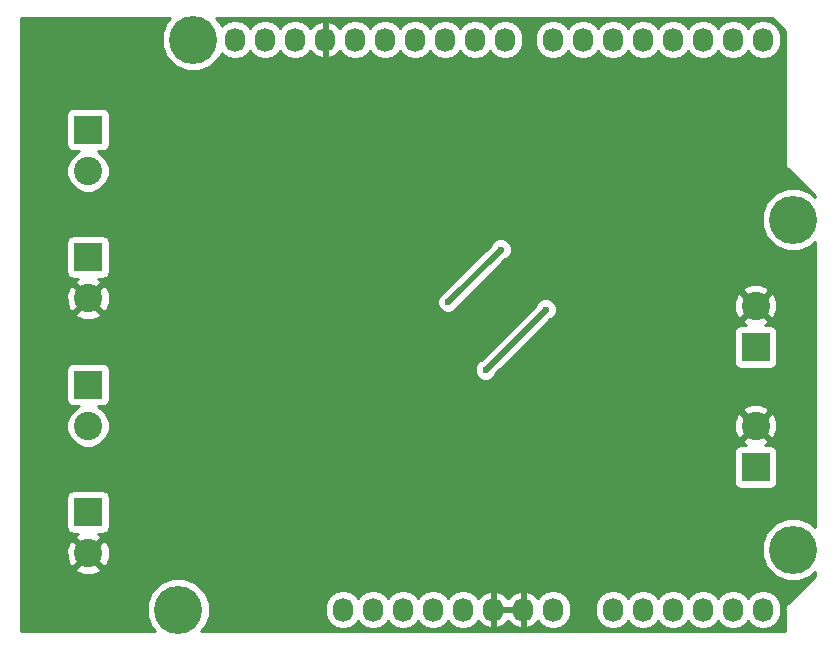
<source format=gbr>
G04 #@! TF.GenerationSoftware,KiCad,Pcbnew,(5.0.0)*
G04 #@! TF.CreationDate,2018-08-14T23:46:55+08:00*
G04 #@! TF.ProjectId,Reflow,5265666C6F772E6B696361645F706362,rev?*
G04 #@! TF.SameCoordinates,PX69db1f0PY7882d48*
G04 #@! TF.FileFunction,Copper,L2,Bot,Signal*
G04 #@! TF.FilePolarity,Positive*
%FSLAX46Y46*%
G04 Gerber Fmt 4.6, Leading zero omitted, Abs format (unit mm)*
G04 Created by KiCad (PCBNEW (5.0.0)) date 08/14/18 23:46:55*
%MOMM*%
%LPD*%
G01*
G04 APERTURE LIST*
G04 #@! TA.AperFunction,ComponentPad*
%ADD10C,2.400000*%
G04 #@! TD*
G04 #@! TA.AperFunction,ComponentPad*
%ADD11R,2.400000X2.400000*%
G04 #@! TD*
G04 #@! TA.AperFunction,ComponentPad*
%ADD12O,1.727200X2.032000*%
G04 #@! TD*
G04 #@! TA.AperFunction,ComponentPad*
%ADD13C,4.064000*%
G04 #@! TD*
G04 #@! TA.AperFunction,ViaPad*
%ADD14C,0.600000*%
G04 #@! TD*
G04 #@! TA.AperFunction,Conductor*
%ADD15C,0.508000*%
G04 #@! TD*
G04 #@! TA.AperFunction,Conductor*
%ADD16C,0.254000*%
G04 #@! TD*
G04 APERTURE END LIST*
D10*
G04 #@! TO.P,J1,2*
G04 #@! TO.N,Net-(J1-Pad2)*
X6350000Y18090000D03*
D11*
G04 #@! TO.P,J1,1*
G04 #@! TO.N,Net-(J1-Pad1)*
X6350000Y21590000D03*
G04 #@! TD*
G04 #@! TO.P,J2,1*
G04 #@! TO.N,Net-(J2-Pad1)*
X6350000Y43180000D03*
D10*
G04 #@! TO.P,J2,2*
G04 #@! TO.N,Net-(J2-Pad2)*
X6350000Y39680000D03*
G04 #@! TD*
G04 #@! TO.P,J3,2*
G04 #@! TO.N,GND*
X6350000Y28885000D03*
D11*
G04 #@! TO.P,J3,1*
G04 #@! TO.N,D3*
X6350000Y32385000D03*
G04 #@! TD*
G04 #@! TO.P,J4,1*
G04 #@! TO.N,D2*
X6350000Y10795000D03*
D10*
G04 #@! TO.P,J4,2*
G04 #@! TO.N,GND*
X6350000Y7295000D03*
G04 #@! TD*
G04 #@! TO.P,J5,2*
G04 #@! TO.N,GND*
X62865000Y28265000D03*
D11*
G04 #@! TO.P,J5,1*
G04 #@! TO.N,A3*
X62865000Y24765000D03*
G04 #@! TD*
G04 #@! TO.P,J6,1*
G04 #@! TO.N,A4*
X62865000Y14605000D03*
D10*
G04 #@! TO.P,J6,2*
G04 #@! TO.N,GND*
X62865000Y18105000D03*
G04 #@! TD*
D12*
G04 #@! TO.P,P1,1*
G04 #@! TO.N,Net-(P1-Pad1)*
X27940000Y2540000D03*
G04 #@! TO.P,P1,2*
G04 #@! TO.N,/IOREF*
X30480000Y2540000D03*
G04 #@! TO.P,P1,3*
G04 #@! TO.N,/Reset*
X33020000Y2540000D03*
G04 #@! TO.P,P1,4*
G04 #@! TO.N,+3V3*
X35560000Y2540000D03*
G04 #@! TO.P,P1,5*
G04 #@! TO.N,+5V*
X38100000Y2540000D03*
G04 #@! TO.P,P1,6*
G04 #@! TO.N,GND*
X40640000Y2540000D03*
G04 #@! TO.P,P1,7*
X43180000Y2540000D03*
G04 #@! TO.P,P1,8*
G04 #@! TO.N,/Vin*
X45720000Y2540000D03*
G04 #@! TD*
G04 #@! TO.P,P2,1*
G04 #@! TO.N,/A0*
X50800000Y2540000D03*
G04 #@! TO.P,P2,2*
G04 #@! TO.N,A1*
X53340000Y2540000D03*
G04 #@! TO.P,P2,3*
G04 #@! TO.N,A2*
X55880000Y2540000D03*
G04 #@! TO.P,P2,4*
G04 #@! TO.N,A3*
X58420000Y2540000D03*
G04 #@! TO.P,P2,5*
G04 #@! TO.N,A4*
X60960000Y2540000D03*
G04 #@! TO.P,P2,6*
G04 #@! TO.N,Net-(P2-Pad6)*
X63500000Y2540000D03*
G04 #@! TD*
G04 #@! TO.P,P3,1*
G04 #@! TO.N,/A5(SCL)*
X18796000Y50800000D03*
G04 #@! TO.P,P3,2*
G04 #@! TO.N,/A4(SDA)*
X21336000Y50800000D03*
G04 #@! TO.P,P3,3*
G04 #@! TO.N,/AREF*
X23876000Y50800000D03*
G04 #@! TO.P,P3,4*
G04 #@! TO.N,GND*
X26416000Y50800000D03*
G04 #@! TO.P,P3,5*
G04 #@! TO.N,/13(SCK)*
X28956000Y50800000D03*
G04 #@! TO.P,P3,6*
G04 #@! TO.N,/12(MISO)*
X31496000Y50800000D03*
G04 #@! TO.P,P3,7*
G04 #@! TO.N,/11(\002A\002A/MOSI)*
X34036000Y50800000D03*
G04 #@! TO.P,P3,8*
G04 #@! TO.N,/10(\002A\002A/SS)*
X36576000Y50800000D03*
G04 #@! TO.P,P3,9*
G04 #@! TO.N,/9(\002A\002A)*
X39116000Y50800000D03*
G04 #@! TO.P,P3,10*
G04 #@! TO.N,/8*
X41656000Y50800000D03*
G04 #@! TD*
G04 #@! TO.P,P4,1*
G04 #@! TO.N,/7*
X45720000Y50800000D03*
G04 #@! TO.P,P4,2*
G04 #@! TO.N,/6(\002A\002A)*
X48260000Y50800000D03*
G04 #@! TO.P,P4,3*
G04 #@! TO.N,/5(\002A\002A)*
X50800000Y50800000D03*
G04 #@! TO.P,P4,4*
G04 #@! TO.N,/4*
X53340000Y50800000D03*
G04 #@! TO.P,P4,5*
G04 #@! TO.N,D3*
X55880000Y50800000D03*
G04 #@! TO.P,P4,6*
G04 #@! TO.N,D2*
X58420000Y50800000D03*
G04 #@! TO.P,P4,7*
G04 #@! TO.N,/1(Tx)*
X60960000Y50800000D03*
G04 #@! TO.P,P4,8*
G04 #@! TO.N,/0(Rx)*
X63500000Y50800000D03*
G04 #@! TD*
D13*
G04 #@! TO.P,P5,1*
G04 #@! TO.N,Net-(P5-Pad1)*
X13970000Y2540000D03*
G04 #@! TD*
G04 #@! TO.P,P6,1*
G04 #@! TO.N,Net-(P6-Pad1)*
X66040000Y7620000D03*
G04 #@! TD*
G04 #@! TO.P,P7,1*
G04 #@! TO.N,Net-(P7-Pad1)*
X15240000Y50800000D03*
G04 #@! TD*
G04 #@! TO.P,P8,1*
G04 #@! TO.N,Net-(P8-Pad1)*
X66040000Y35560000D03*
G04 #@! TD*
D14*
G04 #@! TO.N,D3*
X41275000Y33020000D03*
X36830000Y28575000D03*
G04 #@! TO.N,D2*
X40005000Y22860000D03*
X45085000Y27940000D03*
G04 #@! TD*
D15*
G04 #@! TO.N,D3*
X41275000Y33020000D02*
X36830000Y28575000D01*
G04 #@! TO.N,D2*
X40005000Y22860000D02*
X45085000Y27940000D01*
G04 #@! TD*
D16*
G04 #@! TO.N,GND*
G36*
X12979026Y52310734D02*
X12573000Y51330499D01*
X12573000Y50269501D01*
X12979026Y49289266D01*
X13729266Y48539026D01*
X14709501Y48133000D01*
X15770499Y48133000D01*
X16750734Y48539026D01*
X17500974Y49289266D01*
X17654156Y49659082D01*
X17715570Y49567170D01*
X18211276Y49235950D01*
X18796000Y49119641D01*
X19380725Y49235950D01*
X19876430Y49567170D01*
X20066000Y49850881D01*
X20255570Y49567170D01*
X20751276Y49235950D01*
X21336000Y49119641D01*
X21920725Y49235950D01*
X22416430Y49567170D01*
X22606000Y49850881D01*
X22795570Y49567170D01*
X23291276Y49235950D01*
X23876000Y49119641D01*
X24460725Y49235950D01*
X24956430Y49567170D01*
X25149909Y49856733D01*
X25513964Y49449268D01*
X26041209Y49195291D01*
X26056974Y49192642D01*
X26289000Y49313783D01*
X26289000Y50673000D01*
X26269000Y50673000D01*
X26269000Y50927000D01*
X26289000Y50927000D01*
X26289000Y52286217D01*
X26543000Y52286217D01*
X26543000Y50927000D01*
X26563000Y50927000D01*
X26563000Y50673000D01*
X26543000Y50673000D01*
X26543000Y49313783D01*
X26775026Y49192642D01*
X26790791Y49195291D01*
X27318036Y49449268D01*
X27682090Y49856732D01*
X27875570Y49567170D01*
X28371276Y49235950D01*
X28956000Y49119641D01*
X29540725Y49235950D01*
X30036430Y49567170D01*
X30226000Y49850881D01*
X30415570Y49567170D01*
X30911276Y49235950D01*
X31496000Y49119641D01*
X32080725Y49235950D01*
X32576430Y49567170D01*
X32766000Y49850881D01*
X32955570Y49567170D01*
X33451276Y49235950D01*
X34036000Y49119641D01*
X34620725Y49235950D01*
X35116430Y49567170D01*
X35306000Y49850881D01*
X35495570Y49567170D01*
X35991276Y49235950D01*
X36576000Y49119641D01*
X37160725Y49235950D01*
X37656430Y49567170D01*
X37846000Y49850881D01*
X38035570Y49567170D01*
X38531276Y49235950D01*
X39116000Y49119641D01*
X39700725Y49235950D01*
X40196430Y49567170D01*
X40386000Y49850881D01*
X40575570Y49567170D01*
X41071276Y49235950D01*
X41656000Y49119641D01*
X42240725Y49235950D01*
X42736430Y49567170D01*
X43067650Y50062876D01*
X43154600Y50500003D01*
X43154600Y51099997D01*
X44221400Y51099997D01*
X44221400Y50500002D01*
X44308350Y50062875D01*
X44639570Y49567170D01*
X45135276Y49235950D01*
X45720000Y49119641D01*
X46304725Y49235950D01*
X46800430Y49567170D01*
X46990000Y49850881D01*
X47179570Y49567170D01*
X47675276Y49235950D01*
X48260000Y49119641D01*
X48844725Y49235950D01*
X49340430Y49567170D01*
X49530000Y49850881D01*
X49719570Y49567170D01*
X50215276Y49235950D01*
X50800000Y49119641D01*
X51384725Y49235950D01*
X51880430Y49567170D01*
X52070000Y49850881D01*
X52259570Y49567170D01*
X52755276Y49235950D01*
X53340000Y49119641D01*
X53924725Y49235950D01*
X54420430Y49567170D01*
X54610000Y49850881D01*
X54799570Y49567170D01*
X55295276Y49235950D01*
X55880000Y49119641D01*
X56464725Y49235950D01*
X56960430Y49567170D01*
X57150000Y49850881D01*
X57339570Y49567170D01*
X57835276Y49235950D01*
X58420000Y49119641D01*
X59004725Y49235950D01*
X59500430Y49567170D01*
X59690000Y49850881D01*
X59879570Y49567170D01*
X60375276Y49235950D01*
X60960000Y49119641D01*
X61544725Y49235950D01*
X62040430Y49567170D01*
X62230000Y49850881D01*
X62419570Y49567170D01*
X62915276Y49235950D01*
X63500000Y49119641D01*
X64084725Y49235950D01*
X64580430Y49567170D01*
X64911650Y50062876D01*
X64998600Y50500003D01*
X64998600Y51099998D01*
X64911650Y51537125D01*
X64580430Y52032830D01*
X64084724Y52364050D01*
X63500000Y52480359D01*
X62915275Y52364050D01*
X62419570Y52032830D01*
X62230000Y51749119D01*
X62040430Y52032830D01*
X61544724Y52364050D01*
X60960000Y52480359D01*
X60375275Y52364050D01*
X59879570Y52032830D01*
X59690000Y51749119D01*
X59500430Y52032830D01*
X59004724Y52364050D01*
X58420000Y52480359D01*
X57835275Y52364050D01*
X57339570Y52032830D01*
X57150000Y51749119D01*
X56960430Y52032830D01*
X56464724Y52364050D01*
X55880000Y52480359D01*
X55295275Y52364050D01*
X54799570Y52032830D01*
X54610000Y51749119D01*
X54420430Y52032830D01*
X53924724Y52364050D01*
X53340000Y52480359D01*
X52755275Y52364050D01*
X52259570Y52032830D01*
X52070000Y51749119D01*
X51880430Y52032830D01*
X51384724Y52364050D01*
X50800000Y52480359D01*
X50215275Y52364050D01*
X49719570Y52032830D01*
X49530000Y51749119D01*
X49340430Y52032830D01*
X48844724Y52364050D01*
X48260000Y52480359D01*
X47675275Y52364050D01*
X47179570Y52032830D01*
X46990000Y51749119D01*
X46800430Y52032830D01*
X46304724Y52364050D01*
X45720000Y52480359D01*
X45135275Y52364050D01*
X44639570Y52032830D01*
X44308350Y51537124D01*
X44221400Y51099997D01*
X43154600Y51099997D01*
X43154600Y51099998D01*
X43067650Y51537125D01*
X42736430Y52032830D01*
X42240724Y52364050D01*
X41656000Y52480359D01*
X41071275Y52364050D01*
X40575570Y52032830D01*
X40386000Y51749119D01*
X40196430Y52032830D01*
X39700724Y52364050D01*
X39116000Y52480359D01*
X38531275Y52364050D01*
X38035570Y52032830D01*
X37846000Y51749119D01*
X37656430Y52032830D01*
X37160724Y52364050D01*
X36576000Y52480359D01*
X35991275Y52364050D01*
X35495570Y52032830D01*
X35306000Y51749119D01*
X35116430Y52032830D01*
X34620724Y52364050D01*
X34036000Y52480359D01*
X33451275Y52364050D01*
X32955570Y52032830D01*
X32766000Y51749119D01*
X32576430Y52032830D01*
X32080724Y52364050D01*
X31496000Y52480359D01*
X30911275Y52364050D01*
X30415570Y52032830D01*
X30226000Y51749119D01*
X30036430Y52032830D01*
X29540724Y52364050D01*
X28956000Y52480359D01*
X28371275Y52364050D01*
X27875570Y52032830D01*
X27682091Y51743267D01*
X27318036Y52150732D01*
X26790791Y52404709D01*
X26775026Y52407358D01*
X26543000Y52286217D01*
X26289000Y52286217D01*
X26056974Y52407358D01*
X26041209Y52404709D01*
X25513964Y52150732D01*
X25149910Y51743268D01*
X24956430Y52032830D01*
X24460724Y52364050D01*
X23876000Y52480359D01*
X23291275Y52364050D01*
X22795570Y52032830D01*
X22606000Y51749119D01*
X22416430Y52032830D01*
X21920724Y52364050D01*
X21336000Y52480359D01*
X20751275Y52364050D01*
X20255570Y52032830D01*
X20066000Y51749119D01*
X19876430Y52032830D01*
X19380724Y52364050D01*
X18796000Y52480359D01*
X18211275Y52364050D01*
X17715570Y52032830D01*
X17654156Y51940918D01*
X17500974Y52310734D01*
X17181708Y52630000D01*
X64221910Y52630000D01*
X65330001Y51521908D01*
X65330000Y40455924D01*
X65316091Y40386000D01*
X65330000Y40316076D01*
X65330000Y40316075D01*
X65371195Y40108973D01*
X65528119Y39874120D01*
X65587402Y39834508D01*
X67870001Y37551908D01*
X67870001Y37501707D01*
X67550734Y37820974D01*
X66570499Y38227000D01*
X65509501Y38227000D01*
X64529266Y37820974D01*
X63779026Y37070734D01*
X63373000Y36090499D01*
X63373000Y35029501D01*
X63779026Y34049266D01*
X64529266Y33299026D01*
X65509501Y32893000D01*
X66570499Y32893000D01*
X67550734Y33299026D01*
X67870001Y33618293D01*
X67870000Y9561708D01*
X67550734Y9880974D01*
X66570499Y10287000D01*
X65509501Y10287000D01*
X64529266Y9880974D01*
X63779026Y9130734D01*
X63373000Y8150499D01*
X63373000Y7089501D01*
X63779026Y6109266D01*
X64529266Y5359026D01*
X65509501Y4953000D01*
X66570499Y4953000D01*
X67550734Y5359026D01*
X67870000Y5678292D01*
X67870000Y5374091D01*
X65587402Y3091492D01*
X65528120Y3051881D01*
X65386544Y2839998D01*
X65371196Y2817028D01*
X65316091Y2540000D01*
X65330001Y2470071D01*
X65330000Y710000D01*
X15911708Y710000D01*
X16230974Y1029266D01*
X16637000Y2009501D01*
X16637000Y2839997D01*
X26441400Y2839997D01*
X26441400Y2240002D01*
X26528350Y1802875D01*
X26859570Y1307170D01*
X27355276Y975950D01*
X27940000Y859641D01*
X28524725Y975950D01*
X29020430Y1307170D01*
X29210000Y1590881D01*
X29399570Y1307170D01*
X29895276Y975950D01*
X30480000Y859641D01*
X31064725Y975950D01*
X31560430Y1307170D01*
X31750000Y1590881D01*
X31939570Y1307170D01*
X32435276Y975950D01*
X33020000Y859641D01*
X33604725Y975950D01*
X34100430Y1307170D01*
X34290000Y1590881D01*
X34479570Y1307170D01*
X34975276Y975950D01*
X35560000Y859641D01*
X36144725Y975950D01*
X36640430Y1307170D01*
X36830000Y1590881D01*
X37019570Y1307170D01*
X37515276Y975950D01*
X38100000Y859641D01*
X38684725Y975950D01*
X39180430Y1307170D01*
X39373909Y1596733D01*
X39737964Y1189268D01*
X40265209Y935291D01*
X40280974Y932642D01*
X40513000Y1053783D01*
X40513000Y2413000D01*
X40767000Y2413000D01*
X40767000Y1053783D01*
X40999026Y932642D01*
X41014791Y935291D01*
X41542036Y1189268D01*
X41910000Y1601108D01*
X42277964Y1189268D01*
X42805209Y935291D01*
X42820974Y932642D01*
X43053000Y1053783D01*
X43053000Y2413000D01*
X40767000Y2413000D01*
X40513000Y2413000D01*
X40493000Y2413000D01*
X40493000Y2667000D01*
X40513000Y2667000D01*
X40513000Y4026217D01*
X40767000Y4026217D01*
X40767000Y2667000D01*
X43053000Y2667000D01*
X43053000Y4026217D01*
X43307000Y4026217D01*
X43307000Y2667000D01*
X43327000Y2667000D01*
X43327000Y2413000D01*
X43307000Y2413000D01*
X43307000Y1053783D01*
X43539026Y932642D01*
X43554791Y935291D01*
X44082036Y1189268D01*
X44446090Y1596732D01*
X44639570Y1307170D01*
X45135276Y975950D01*
X45720000Y859641D01*
X46304725Y975950D01*
X46800430Y1307170D01*
X47131650Y1802876D01*
X47218600Y2240003D01*
X47218600Y2839997D01*
X49301400Y2839997D01*
X49301400Y2240002D01*
X49388350Y1802875D01*
X49719570Y1307170D01*
X50215276Y975950D01*
X50800000Y859641D01*
X51384725Y975950D01*
X51880430Y1307170D01*
X52070000Y1590881D01*
X52259570Y1307170D01*
X52755276Y975950D01*
X53340000Y859641D01*
X53924725Y975950D01*
X54420430Y1307170D01*
X54610000Y1590881D01*
X54799570Y1307170D01*
X55295276Y975950D01*
X55880000Y859641D01*
X56464725Y975950D01*
X56960430Y1307170D01*
X57150000Y1590881D01*
X57339570Y1307170D01*
X57835276Y975950D01*
X58420000Y859641D01*
X59004725Y975950D01*
X59500430Y1307170D01*
X59690000Y1590881D01*
X59879570Y1307170D01*
X60375276Y975950D01*
X60960000Y859641D01*
X61544725Y975950D01*
X62040430Y1307170D01*
X62230000Y1590881D01*
X62419570Y1307170D01*
X62915276Y975950D01*
X63500000Y859641D01*
X64084725Y975950D01*
X64580430Y1307170D01*
X64911650Y1802876D01*
X64998600Y2240003D01*
X64998600Y2839998D01*
X64911650Y3277125D01*
X64580430Y3772830D01*
X64084724Y4104050D01*
X63500000Y4220359D01*
X62915275Y4104050D01*
X62419570Y3772830D01*
X62230000Y3489119D01*
X62040430Y3772830D01*
X61544724Y4104050D01*
X60960000Y4220359D01*
X60375275Y4104050D01*
X59879570Y3772830D01*
X59690000Y3489119D01*
X59500430Y3772830D01*
X59004724Y4104050D01*
X58420000Y4220359D01*
X57835275Y4104050D01*
X57339570Y3772830D01*
X57150000Y3489119D01*
X56960430Y3772830D01*
X56464724Y4104050D01*
X55880000Y4220359D01*
X55295275Y4104050D01*
X54799570Y3772830D01*
X54610000Y3489119D01*
X54420430Y3772830D01*
X53924724Y4104050D01*
X53340000Y4220359D01*
X52755275Y4104050D01*
X52259570Y3772830D01*
X52070000Y3489119D01*
X51880430Y3772830D01*
X51384724Y4104050D01*
X50800000Y4220359D01*
X50215275Y4104050D01*
X49719570Y3772830D01*
X49388350Y3277124D01*
X49301400Y2839997D01*
X47218600Y2839997D01*
X47218600Y2839998D01*
X47131650Y3277125D01*
X46800430Y3772830D01*
X46304724Y4104050D01*
X45720000Y4220359D01*
X45135275Y4104050D01*
X44639570Y3772830D01*
X44446091Y3483267D01*
X44082036Y3890732D01*
X43554791Y4144709D01*
X43539026Y4147358D01*
X43307000Y4026217D01*
X43053000Y4026217D01*
X42820974Y4147358D01*
X42805209Y4144709D01*
X42277964Y3890732D01*
X41910000Y3478892D01*
X41542036Y3890732D01*
X41014791Y4144709D01*
X40999026Y4147358D01*
X40767000Y4026217D01*
X40513000Y4026217D01*
X40280974Y4147358D01*
X40265209Y4144709D01*
X39737964Y3890732D01*
X39373910Y3483268D01*
X39180430Y3772830D01*
X38684724Y4104050D01*
X38100000Y4220359D01*
X37515275Y4104050D01*
X37019570Y3772830D01*
X36830000Y3489119D01*
X36640430Y3772830D01*
X36144724Y4104050D01*
X35560000Y4220359D01*
X34975275Y4104050D01*
X34479570Y3772830D01*
X34290000Y3489119D01*
X34100430Y3772830D01*
X33604724Y4104050D01*
X33020000Y4220359D01*
X32435275Y4104050D01*
X31939570Y3772830D01*
X31750000Y3489119D01*
X31560430Y3772830D01*
X31064724Y4104050D01*
X30480000Y4220359D01*
X29895275Y4104050D01*
X29399570Y3772830D01*
X29210000Y3489119D01*
X29020430Y3772830D01*
X28524724Y4104050D01*
X27940000Y4220359D01*
X27355275Y4104050D01*
X26859570Y3772830D01*
X26528350Y3277124D01*
X26441400Y2839997D01*
X16637000Y2839997D01*
X16637000Y3070499D01*
X16230974Y4050734D01*
X15480734Y4800974D01*
X14500499Y5207000D01*
X13439501Y5207000D01*
X12459266Y4800974D01*
X11709026Y4050734D01*
X11303000Y3070499D01*
X11303000Y2009501D01*
X11709026Y1029266D01*
X12028292Y710000D01*
X710000Y710000D01*
X710000Y5997825D01*
X5232430Y5997825D01*
X5355565Y5710212D01*
X6037734Y5450293D01*
X6767443Y5471214D01*
X7344435Y5710212D01*
X7467570Y5997825D01*
X6350000Y7115395D01*
X5232430Y5997825D01*
X710000Y5997825D01*
X710000Y7607266D01*
X4505293Y7607266D01*
X4526214Y6877557D01*
X4765212Y6300565D01*
X5052825Y6177430D01*
X6170395Y7295000D01*
X6529605Y7295000D01*
X7647175Y6177430D01*
X7934788Y6300565D01*
X8194707Y6982734D01*
X8173786Y7712443D01*
X7934788Y8289435D01*
X7647175Y8412570D01*
X6529605Y7295000D01*
X6170395Y7295000D01*
X5052825Y8412570D01*
X4765212Y8289435D01*
X4505293Y7607266D01*
X710000Y7607266D01*
X710000Y11995000D01*
X4502560Y11995000D01*
X4502560Y9595000D01*
X4551843Y9347235D01*
X4692191Y9137191D01*
X4902235Y8996843D01*
X5150000Y8947560D01*
X5519181Y8947560D01*
X5355565Y8879788D01*
X5232430Y8592175D01*
X6350000Y7474605D01*
X7467570Y8592175D01*
X7344435Y8879788D01*
X7166564Y8947560D01*
X7550000Y8947560D01*
X7797765Y8996843D01*
X8007809Y9137191D01*
X8148157Y9347235D01*
X8197440Y9595000D01*
X8197440Y11995000D01*
X8148157Y12242765D01*
X8007809Y12452809D01*
X7797765Y12593157D01*
X7550000Y12642440D01*
X5150000Y12642440D01*
X4902235Y12593157D01*
X4692191Y12452809D01*
X4551843Y12242765D01*
X4502560Y11995000D01*
X710000Y11995000D01*
X710000Y15805000D01*
X61017560Y15805000D01*
X61017560Y13405000D01*
X61066843Y13157235D01*
X61207191Y12947191D01*
X61417235Y12806843D01*
X61665000Y12757560D01*
X64065000Y12757560D01*
X64312765Y12806843D01*
X64522809Y12947191D01*
X64663157Y13157235D01*
X64712440Y13405000D01*
X64712440Y15805000D01*
X64663157Y16052765D01*
X64522809Y16262809D01*
X64312765Y16403157D01*
X64065000Y16452440D01*
X63695819Y16452440D01*
X63859435Y16520212D01*
X63982570Y16807825D01*
X62865000Y17925395D01*
X61747430Y16807825D01*
X61870565Y16520212D01*
X62048436Y16452440D01*
X61665000Y16452440D01*
X61417235Y16403157D01*
X61207191Y16262809D01*
X61066843Y16052765D01*
X61017560Y15805000D01*
X710000Y15805000D01*
X710000Y22790000D01*
X4502560Y22790000D01*
X4502560Y20390000D01*
X4551843Y20142235D01*
X4692191Y19932191D01*
X4902235Y19791843D01*
X5150000Y19742560D01*
X5544547Y19742560D01*
X5310556Y19645638D01*
X4794362Y19129444D01*
X4515000Y18455004D01*
X4515000Y17724996D01*
X4794362Y17050556D01*
X5310556Y16534362D01*
X5984996Y16255000D01*
X6715004Y16255000D01*
X7389444Y16534362D01*
X7905638Y17050556D01*
X8185000Y17724996D01*
X8185000Y18417266D01*
X61020293Y18417266D01*
X61041214Y17687557D01*
X61280212Y17110565D01*
X61567825Y16987430D01*
X62685395Y18105000D01*
X63044605Y18105000D01*
X64162175Y16987430D01*
X64449788Y17110565D01*
X64709707Y17792734D01*
X64688786Y18522443D01*
X64449788Y19099435D01*
X64162175Y19222570D01*
X63044605Y18105000D01*
X62685395Y18105000D01*
X61567825Y19222570D01*
X61280212Y19099435D01*
X61020293Y18417266D01*
X8185000Y18417266D01*
X8185000Y18455004D01*
X7905638Y19129444D01*
X7632907Y19402175D01*
X61747430Y19402175D01*
X62865000Y18284605D01*
X63982570Y19402175D01*
X63859435Y19689788D01*
X63177266Y19949707D01*
X62447557Y19928786D01*
X61870565Y19689788D01*
X61747430Y19402175D01*
X7632907Y19402175D01*
X7389444Y19645638D01*
X7155453Y19742560D01*
X7550000Y19742560D01*
X7797765Y19791843D01*
X8007809Y19932191D01*
X8148157Y20142235D01*
X8197440Y20390000D01*
X8197440Y22790000D01*
X8148157Y23037765D01*
X8142666Y23045983D01*
X39070000Y23045983D01*
X39070000Y22674017D01*
X39212345Y22330365D01*
X39475365Y22067345D01*
X39819017Y21925000D01*
X40190983Y21925000D01*
X40534635Y22067345D01*
X40797655Y22330365D01*
X40843656Y22441421D01*
X44367235Y25965000D01*
X61017560Y25965000D01*
X61017560Y23565000D01*
X61066843Y23317235D01*
X61207191Y23107191D01*
X61417235Y22966843D01*
X61665000Y22917560D01*
X64065000Y22917560D01*
X64312765Y22966843D01*
X64522809Y23107191D01*
X64663157Y23317235D01*
X64712440Y23565000D01*
X64712440Y25965000D01*
X64663157Y26212765D01*
X64522809Y26422809D01*
X64312765Y26563157D01*
X64065000Y26612440D01*
X63695819Y26612440D01*
X63859435Y26680212D01*
X63982570Y26967825D01*
X62865000Y28085395D01*
X61747430Y26967825D01*
X61870565Y26680212D01*
X62048436Y26612440D01*
X61665000Y26612440D01*
X61417235Y26563157D01*
X61207191Y26422809D01*
X61066843Y26212765D01*
X61017560Y25965000D01*
X44367235Y25965000D01*
X45503581Y27101345D01*
X45614635Y27147345D01*
X45877655Y27410365D01*
X46020000Y27754017D01*
X46020000Y28125983D01*
X45877655Y28469635D01*
X45770024Y28577266D01*
X61020293Y28577266D01*
X61041214Y27847557D01*
X61280212Y27270565D01*
X61567825Y27147430D01*
X62685395Y28265000D01*
X63044605Y28265000D01*
X64162175Y27147430D01*
X64449788Y27270565D01*
X64709707Y27952734D01*
X64688786Y28682443D01*
X64449788Y29259435D01*
X64162175Y29382570D01*
X63044605Y28265000D01*
X62685395Y28265000D01*
X61567825Y29382570D01*
X61280212Y29259435D01*
X61020293Y28577266D01*
X45770024Y28577266D01*
X45614635Y28732655D01*
X45270983Y28875000D01*
X44899017Y28875000D01*
X44555365Y28732655D01*
X44292345Y28469635D01*
X44246345Y28358581D01*
X39586421Y23698656D01*
X39475365Y23652655D01*
X39212345Y23389635D01*
X39070000Y23045983D01*
X8142666Y23045983D01*
X8007809Y23247809D01*
X7797765Y23388157D01*
X7550000Y23437440D01*
X5150000Y23437440D01*
X4902235Y23388157D01*
X4692191Y23247809D01*
X4551843Y23037765D01*
X4502560Y22790000D01*
X710000Y22790000D01*
X710000Y27587825D01*
X5232430Y27587825D01*
X5355565Y27300212D01*
X6037734Y27040293D01*
X6767443Y27061214D01*
X7344435Y27300212D01*
X7467570Y27587825D01*
X6350000Y28705395D01*
X5232430Y27587825D01*
X710000Y27587825D01*
X710000Y29197266D01*
X4505293Y29197266D01*
X4526214Y28467557D01*
X4765212Y27890565D01*
X5052825Y27767430D01*
X6170395Y28885000D01*
X6529605Y28885000D01*
X7647175Y27767430D01*
X7934788Y27890565D01*
X8194707Y28572734D01*
X8189310Y28760983D01*
X35895000Y28760983D01*
X35895000Y28389017D01*
X36037345Y28045365D01*
X36300365Y27782345D01*
X36644017Y27640000D01*
X37015983Y27640000D01*
X37359635Y27782345D01*
X37622655Y28045365D01*
X37668656Y28156421D01*
X39074410Y29562175D01*
X61747430Y29562175D01*
X62865000Y28444605D01*
X63982570Y29562175D01*
X63859435Y29849788D01*
X63177266Y30109707D01*
X62447557Y30088786D01*
X61870565Y29849788D01*
X61747430Y29562175D01*
X39074410Y29562175D01*
X41693581Y32181345D01*
X41804635Y32227345D01*
X42067655Y32490365D01*
X42210000Y32834017D01*
X42210000Y33205983D01*
X42067655Y33549635D01*
X41804635Y33812655D01*
X41460983Y33955000D01*
X41089017Y33955000D01*
X40745365Y33812655D01*
X40482345Y33549635D01*
X40436345Y33438581D01*
X36411421Y29413656D01*
X36300365Y29367655D01*
X36037345Y29104635D01*
X35895000Y28760983D01*
X8189310Y28760983D01*
X8173786Y29302443D01*
X7934788Y29879435D01*
X7647175Y30002570D01*
X6529605Y28885000D01*
X6170395Y28885000D01*
X5052825Y30002570D01*
X4765212Y29879435D01*
X4505293Y29197266D01*
X710000Y29197266D01*
X710000Y33585000D01*
X4502560Y33585000D01*
X4502560Y31185000D01*
X4551843Y30937235D01*
X4692191Y30727191D01*
X4902235Y30586843D01*
X5150000Y30537560D01*
X5519181Y30537560D01*
X5355565Y30469788D01*
X5232430Y30182175D01*
X6350000Y29064605D01*
X7467570Y30182175D01*
X7344435Y30469788D01*
X7166564Y30537560D01*
X7550000Y30537560D01*
X7797765Y30586843D01*
X8007809Y30727191D01*
X8148157Y30937235D01*
X8197440Y31185000D01*
X8197440Y33585000D01*
X8148157Y33832765D01*
X8007809Y34042809D01*
X7797765Y34183157D01*
X7550000Y34232440D01*
X5150000Y34232440D01*
X4902235Y34183157D01*
X4692191Y34042809D01*
X4551843Y33832765D01*
X4502560Y33585000D01*
X710000Y33585000D01*
X710000Y44380000D01*
X4502560Y44380000D01*
X4502560Y41980000D01*
X4551843Y41732235D01*
X4692191Y41522191D01*
X4902235Y41381843D01*
X5150000Y41332560D01*
X5544547Y41332560D01*
X5310556Y41235638D01*
X4794362Y40719444D01*
X4515000Y40045004D01*
X4515000Y39314996D01*
X4794362Y38640556D01*
X5310556Y38124362D01*
X5984996Y37845000D01*
X6715004Y37845000D01*
X7389444Y38124362D01*
X7905638Y38640556D01*
X8185000Y39314996D01*
X8185000Y40045004D01*
X7905638Y40719444D01*
X7389444Y41235638D01*
X7155453Y41332560D01*
X7550000Y41332560D01*
X7797765Y41381843D01*
X8007809Y41522191D01*
X8148157Y41732235D01*
X8197440Y41980000D01*
X8197440Y44380000D01*
X8148157Y44627765D01*
X8007809Y44837809D01*
X7797765Y44978157D01*
X7550000Y45027440D01*
X5150000Y45027440D01*
X4902235Y44978157D01*
X4692191Y44837809D01*
X4551843Y44627765D01*
X4502560Y44380000D01*
X710000Y44380000D01*
X710000Y52630000D01*
X13298292Y52630000D01*
X12979026Y52310734D01*
X12979026Y52310734D01*
G37*
X12979026Y52310734D02*
X12573000Y51330499D01*
X12573000Y50269501D01*
X12979026Y49289266D01*
X13729266Y48539026D01*
X14709501Y48133000D01*
X15770499Y48133000D01*
X16750734Y48539026D01*
X17500974Y49289266D01*
X17654156Y49659082D01*
X17715570Y49567170D01*
X18211276Y49235950D01*
X18796000Y49119641D01*
X19380725Y49235950D01*
X19876430Y49567170D01*
X20066000Y49850881D01*
X20255570Y49567170D01*
X20751276Y49235950D01*
X21336000Y49119641D01*
X21920725Y49235950D01*
X22416430Y49567170D01*
X22606000Y49850881D01*
X22795570Y49567170D01*
X23291276Y49235950D01*
X23876000Y49119641D01*
X24460725Y49235950D01*
X24956430Y49567170D01*
X25149909Y49856733D01*
X25513964Y49449268D01*
X26041209Y49195291D01*
X26056974Y49192642D01*
X26289000Y49313783D01*
X26289000Y50673000D01*
X26269000Y50673000D01*
X26269000Y50927000D01*
X26289000Y50927000D01*
X26289000Y52286217D01*
X26543000Y52286217D01*
X26543000Y50927000D01*
X26563000Y50927000D01*
X26563000Y50673000D01*
X26543000Y50673000D01*
X26543000Y49313783D01*
X26775026Y49192642D01*
X26790791Y49195291D01*
X27318036Y49449268D01*
X27682090Y49856732D01*
X27875570Y49567170D01*
X28371276Y49235950D01*
X28956000Y49119641D01*
X29540725Y49235950D01*
X30036430Y49567170D01*
X30226000Y49850881D01*
X30415570Y49567170D01*
X30911276Y49235950D01*
X31496000Y49119641D01*
X32080725Y49235950D01*
X32576430Y49567170D01*
X32766000Y49850881D01*
X32955570Y49567170D01*
X33451276Y49235950D01*
X34036000Y49119641D01*
X34620725Y49235950D01*
X35116430Y49567170D01*
X35306000Y49850881D01*
X35495570Y49567170D01*
X35991276Y49235950D01*
X36576000Y49119641D01*
X37160725Y49235950D01*
X37656430Y49567170D01*
X37846000Y49850881D01*
X38035570Y49567170D01*
X38531276Y49235950D01*
X39116000Y49119641D01*
X39700725Y49235950D01*
X40196430Y49567170D01*
X40386000Y49850881D01*
X40575570Y49567170D01*
X41071276Y49235950D01*
X41656000Y49119641D01*
X42240725Y49235950D01*
X42736430Y49567170D01*
X43067650Y50062876D01*
X43154600Y50500003D01*
X43154600Y51099997D01*
X44221400Y51099997D01*
X44221400Y50500002D01*
X44308350Y50062875D01*
X44639570Y49567170D01*
X45135276Y49235950D01*
X45720000Y49119641D01*
X46304725Y49235950D01*
X46800430Y49567170D01*
X46990000Y49850881D01*
X47179570Y49567170D01*
X47675276Y49235950D01*
X48260000Y49119641D01*
X48844725Y49235950D01*
X49340430Y49567170D01*
X49530000Y49850881D01*
X49719570Y49567170D01*
X50215276Y49235950D01*
X50800000Y49119641D01*
X51384725Y49235950D01*
X51880430Y49567170D01*
X52070000Y49850881D01*
X52259570Y49567170D01*
X52755276Y49235950D01*
X53340000Y49119641D01*
X53924725Y49235950D01*
X54420430Y49567170D01*
X54610000Y49850881D01*
X54799570Y49567170D01*
X55295276Y49235950D01*
X55880000Y49119641D01*
X56464725Y49235950D01*
X56960430Y49567170D01*
X57150000Y49850881D01*
X57339570Y49567170D01*
X57835276Y49235950D01*
X58420000Y49119641D01*
X59004725Y49235950D01*
X59500430Y49567170D01*
X59690000Y49850881D01*
X59879570Y49567170D01*
X60375276Y49235950D01*
X60960000Y49119641D01*
X61544725Y49235950D01*
X62040430Y49567170D01*
X62230000Y49850881D01*
X62419570Y49567170D01*
X62915276Y49235950D01*
X63500000Y49119641D01*
X64084725Y49235950D01*
X64580430Y49567170D01*
X64911650Y50062876D01*
X64998600Y50500003D01*
X64998600Y51099998D01*
X64911650Y51537125D01*
X64580430Y52032830D01*
X64084724Y52364050D01*
X63500000Y52480359D01*
X62915275Y52364050D01*
X62419570Y52032830D01*
X62230000Y51749119D01*
X62040430Y52032830D01*
X61544724Y52364050D01*
X60960000Y52480359D01*
X60375275Y52364050D01*
X59879570Y52032830D01*
X59690000Y51749119D01*
X59500430Y52032830D01*
X59004724Y52364050D01*
X58420000Y52480359D01*
X57835275Y52364050D01*
X57339570Y52032830D01*
X57150000Y51749119D01*
X56960430Y52032830D01*
X56464724Y52364050D01*
X55880000Y52480359D01*
X55295275Y52364050D01*
X54799570Y52032830D01*
X54610000Y51749119D01*
X54420430Y52032830D01*
X53924724Y52364050D01*
X53340000Y52480359D01*
X52755275Y52364050D01*
X52259570Y52032830D01*
X52070000Y51749119D01*
X51880430Y52032830D01*
X51384724Y52364050D01*
X50800000Y52480359D01*
X50215275Y52364050D01*
X49719570Y52032830D01*
X49530000Y51749119D01*
X49340430Y52032830D01*
X48844724Y52364050D01*
X48260000Y52480359D01*
X47675275Y52364050D01*
X47179570Y52032830D01*
X46990000Y51749119D01*
X46800430Y52032830D01*
X46304724Y52364050D01*
X45720000Y52480359D01*
X45135275Y52364050D01*
X44639570Y52032830D01*
X44308350Y51537124D01*
X44221400Y51099997D01*
X43154600Y51099997D01*
X43154600Y51099998D01*
X43067650Y51537125D01*
X42736430Y52032830D01*
X42240724Y52364050D01*
X41656000Y52480359D01*
X41071275Y52364050D01*
X40575570Y52032830D01*
X40386000Y51749119D01*
X40196430Y52032830D01*
X39700724Y52364050D01*
X39116000Y52480359D01*
X38531275Y52364050D01*
X38035570Y52032830D01*
X37846000Y51749119D01*
X37656430Y52032830D01*
X37160724Y52364050D01*
X36576000Y52480359D01*
X35991275Y52364050D01*
X35495570Y52032830D01*
X35306000Y51749119D01*
X35116430Y52032830D01*
X34620724Y52364050D01*
X34036000Y52480359D01*
X33451275Y52364050D01*
X32955570Y52032830D01*
X32766000Y51749119D01*
X32576430Y52032830D01*
X32080724Y52364050D01*
X31496000Y52480359D01*
X30911275Y52364050D01*
X30415570Y52032830D01*
X30226000Y51749119D01*
X30036430Y52032830D01*
X29540724Y52364050D01*
X28956000Y52480359D01*
X28371275Y52364050D01*
X27875570Y52032830D01*
X27682091Y51743267D01*
X27318036Y52150732D01*
X26790791Y52404709D01*
X26775026Y52407358D01*
X26543000Y52286217D01*
X26289000Y52286217D01*
X26056974Y52407358D01*
X26041209Y52404709D01*
X25513964Y52150732D01*
X25149910Y51743268D01*
X24956430Y52032830D01*
X24460724Y52364050D01*
X23876000Y52480359D01*
X23291275Y52364050D01*
X22795570Y52032830D01*
X22606000Y51749119D01*
X22416430Y52032830D01*
X21920724Y52364050D01*
X21336000Y52480359D01*
X20751275Y52364050D01*
X20255570Y52032830D01*
X20066000Y51749119D01*
X19876430Y52032830D01*
X19380724Y52364050D01*
X18796000Y52480359D01*
X18211275Y52364050D01*
X17715570Y52032830D01*
X17654156Y51940918D01*
X17500974Y52310734D01*
X17181708Y52630000D01*
X64221910Y52630000D01*
X65330001Y51521908D01*
X65330000Y40455924D01*
X65316091Y40386000D01*
X65330000Y40316076D01*
X65330000Y40316075D01*
X65371195Y40108973D01*
X65528119Y39874120D01*
X65587402Y39834508D01*
X67870001Y37551908D01*
X67870001Y37501707D01*
X67550734Y37820974D01*
X66570499Y38227000D01*
X65509501Y38227000D01*
X64529266Y37820974D01*
X63779026Y37070734D01*
X63373000Y36090499D01*
X63373000Y35029501D01*
X63779026Y34049266D01*
X64529266Y33299026D01*
X65509501Y32893000D01*
X66570499Y32893000D01*
X67550734Y33299026D01*
X67870001Y33618293D01*
X67870000Y9561708D01*
X67550734Y9880974D01*
X66570499Y10287000D01*
X65509501Y10287000D01*
X64529266Y9880974D01*
X63779026Y9130734D01*
X63373000Y8150499D01*
X63373000Y7089501D01*
X63779026Y6109266D01*
X64529266Y5359026D01*
X65509501Y4953000D01*
X66570499Y4953000D01*
X67550734Y5359026D01*
X67870000Y5678292D01*
X67870000Y5374091D01*
X65587402Y3091492D01*
X65528120Y3051881D01*
X65386544Y2839998D01*
X65371196Y2817028D01*
X65316091Y2540000D01*
X65330001Y2470071D01*
X65330000Y710000D01*
X15911708Y710000D01*
X16230974Y1029266D01*
X16637000Y2009501D01*
X16637000Y2839997D01*
X26441400Y2839997D01*
X26441400Y2240002D01*
X26528350Y1802875D01*
X26859570Y1307170D01*
X27355276Y975950D01*
X27940000Y859641D01*
X28524725Y975950D01*
X29020430Y1307170D01*
X29210000Y1590881D01*
X29399570Y1307170D01*
X29895276Y975950D01*
X30480000Y859641D01*
X31064725Y975950D01*
X31560430Y1307170D01*
X31750000Y1590881D01*
X31939570Y1307170D01*
X32435276Y975950D01*
X33020000Y859641D01*
X33604725Y975950D01*
X34100430Y1307170D01*
X34290000Y1590881D01*
X34479570Y1307170D01*
X34975276Y975950D01*
X35560000Y859641D01*
X36144725Y975950D01*
X36640430Y1307170D01*
X36830000Y1590881D01*
X37019570Y1307170D01*
X37515276Y975950D01*
X38100000Y859641D01*
X38684725Y975950D01*
X39180430Y1307170D01*
X39373909Y1596733D01*
X39737964Y1189268D01*
X40265209Y935291D01*
X40280974Y932642D01*
X40513000Y1053783D01*
X40513000Y2413000D01*
X40767000Y2413000D01*
X40767000Y1053783D01*
X40999026Y932642D01*
X41014791Y935291D01*
X41542036Y1189268D01*
X41910000Y1601108D01*
X42277964Y1189268D01*
X42805209Y935291D01*
X42820974Y932642D01*
X43053000Y1053783D01*
X43053000Y2413000D01*
X40767000Y2413000D01*
X40513000Y2413000D01*
X40493000Y2413000D01*
X40493000Y2667000D01*
X40513000Y2667000D01*
X40513000Y4026217D01*
X40767000Y4026217D01*
X40767000Y2667000D01*
X43053000Y2667000D01*
X43053000Y4026217D01*
X43307000Y4026217D01*
X43307000Y2667000D01*
X43327000Y2667000D01*
X43327000Y2413000D01*
X43307000Y2413000D01*
X43307000Y1053783D01*
X43539026Y932642D01*
X43554791Y935291D01*
X44082036Y1189268D01*
X44446090Y1596732D01*
X44639570Y1307170D01*
X45135276Y975950D01*
X45720000Y859641D01*
X46304725Y975950D01*
X46800430Y1307170D01*
X47131650Y1802876D01*
X47218600Y2240003D01*
X47218600Y2839997D01*
X49301400Y2839997D01*
X49301400Y2240002D01*
X49388350Y1802875D01*
X49719570Y1307170D01*
X50215276Y975950D01*
X50800000Y859641D01*
X51384725Y975950D01*
X51880430Y1307170D01*
X52070000Y1590881D01*
X52259570Y1307170D01*
X52755276Y975950D01*
X53340000Y859641D01*
X53924725Y975950D01*
X54420430Y1307170D01*
X54610000Y1590881D01*
X54799570Y1307170D01*
X55295276Y975950D01*
X55880000Y859641D01*
X56464725Y975950D01*
X56960430Y1307170D01*
X57150000Y1590881D01*
X57339570Y1307170D01*
X57835276Y975950D01*
X58420000Y859641D01*
X59004725Y975950D01*
X59500430Y1307170D01*
X59690000Y1590881D01*
X59879570Y1307170D01*
X60375276Y975950D01*
X60960000Y859641D01*
X61544725Y975950D01*
X62040430Y1307170D01*
X62230000Y1590881D01*
X62419570Y1307170D01*
X62915276Y975950D01*
X63500000Y859641D01*
X64084725Y975950D01*
X64580430Y1307170D01*
X64911650Y1802876D01*
X64998600Y2240003D01*
X64998600Y2839998D01*
X64911650Y3277125D01*
X64580430Y3772830D01*
X64084724Y4104050D01*
X63500000Y4220359D01*
X62915275Y4104050D01*
X62419570Y3772830D01*
X62230000Y3489119D01*
X62040430Y3772830D01*
X61544724Y4104050D01*
X60960000Y4220359D01*
X60375275Y4104050D01*
X59879570Y3772830D01*
X59690000Y3489119D01*
X59500430Y3772830D01*
X59004724Y4104050D01*
X58420000Y4220359D01*
X57835275Y4104050D01*
X57339570Y3772830D01*
X57150000Y3489119D01*
X56960430Y3772830D01*
X56464724Y4104050D01*
X55880000Y4220359D01*
X55295275Y4104050D01*
X54799570Y3772830D01*
X54610000Y3489119D01*
X54420430Y3772830D01*
X53924724Y4104050D01*
X53340000Y4220359D01*
X52755275Y4104050D01*
X52259570Y3772830D01*
X52070000Y3489119D01*
X51880430Y3772830D01*
X51384724Y4104050D01*
X50800000Y4220359D01*
X50215275Y4104050D01*
X49719570Y3772830D01*
X49388350Y3277124D01*
X49301400Y2839997D01*
X47218600Y2839997D01*
X47218600Y2839998D01*
X47131650Y3277125D01*
X46800430Y3772830D01*
X46304724Y4104050D01*
X45720000Y4220359D01*
X45135275Y4104050D01*
X44639570Y3772830D01*
X44446091Y3483267D01*
X44082036Y3890732D01*
X43554791Y4144709D01*
X43539026Y4147358D01*
X43307000Y4026217D01*
X43053000Y4026217D01*
X42820974Y4147358D01*
X42805209Y4144709D01*
X42277964Y3890732D01*
X41910000Y3478892D01*
X41542036Y3890732D01*
X41014791Y4144709D01*
X40999026Y4147358D01*
X40767000Y4026217D01*
X40513000Y4026217D01*
X40280974Y4147358D01*
X40265209Y4144709D01*
X39737964Y3890732D01*
X39373910Y3483268D01*
X39180430Y3772830D01*
X38684724Y4104050D01*
X38100000Y4220359D01*
X37515275Y4104050D01*
X37019570Y3772830D01*
X36830000Y3489119D01*
X36640430Y3772830D01*
X36144724Y4104050D01*
X35560000Y4220359D01*
X34975275Y4104050D01*
X34479570Y3772830D01*
X34290000Y3489119D01*
X34100430Y3772830D01*
X33604724Y4104050D01*
X33020000Y4220359D01*
X32435275Y4104050D01*
X31939570Y3772830D01*
X31750000Y3489119D01*
X31560430Y3772830D01*
X31064724Y4104050D01*
X30480000Y4220359D01*
X29895275Y4104050D01*
X29399570Y3772830D01*
X29210000Y3489119D01*
X29020430Y3772830D01*
X28524724Y4104050D01*
X27940000Y4220359D01*
X27355275Y4104050D01*
X26859570Y3772830D01*
X26528350Y3277124D01*
X26441400Y2839997D01*
X16637000Y2839997D01*
X16637000Y3070499D01*
X16230974Y4050734D01*
X15480734Y4800974D01*
X14500499Y5207000D01*
X13439501Y5207000D01*
X12459266Y4800974D01*
X11709026Y4050734D01*
X11303000Y3070499D01*
X11303000Y2009501D01*
X11709026Y1029266D01*
X12028292Y710000D01*
X710000Y710000D01*
X710000Y5997825D01*
X5232430Y5997825D01*
X5355565Y5710212D01*
X6037734Y5450293D01*
X6767443Y5471214D01*
X7344435Y5710212D01*
X7467570Y5997825D01*
X6350000Y7115395D01*
X5232430Y5997825D01*
X710000Y5997825D01*
X710000Y7607266D01*
X4505293Y7607266D01*
X4526214Y6877557D01*
X4765212Y6300565D01*
X5052825Y6177430D01*
X6170395Y7295000D01*
X6529605Y7295000D01*
X7647175Y6177430D01*
X7934788Y6300565D01*
X8194707Y6982734D01*
X8173786Y7712443D01*
X7934788Y8289435D01*
X7647175Y8412570D01*
X6529605Y7295000D01*
X6170395Y7295000D01*
X5052825Y8412570D01*
X4765212Y8289435D01*
X4505293Y7607266D01*
X710000Y7607266D01*
X710000Y11995000D01*
X4502560Y11995000D01*
X4502560Y9595000D01*
X4551843Y9347235D01*
X4692191Y9137191D01*
X4902235Y8996843D01*
X5150000Y8947560D01*
X5519181Y8947560D01*
X5355565Y8879788D01*
X5232430Y8592175D01*
X6350000Y7474605D01*
X7467570Y8592175D01*
X7344435Y8879788D01*
X7166564Y8947560D01*
X7550000Y8947560D01*
X7797765Y8996843D01*
X8007809Y9137191D01*
X8148157Y9347235D01*
X8197440Y9595000D01*
X8197440Y11995000D01*
X8148157Y12242765D01*
X8007809Y12452809D01*
X7797765Y12593157D01*
X7550000Y12642440D01*
X5150000Y12642440D01*
X4902235Y12593157D01*
X4692191Y12452809D01*
X4551843Y12242765D01*
X4502560Y11995000D01*
X710000Y11995000D01*
X710000Y15805000D01*
X61017560Y15805000D01*
X61017560Y13405000D01*
X61066843Y13157235D01*
X61207191Y12947191D01*
X61417235Y12806843D01*
X61665000Y12757560D01*
X64065000Y12757560D01*
X64312765Y12806843D01*
X64522809Y12947191D01*
X64663157Y13157235D01*
X64712440Y13405000D01*
X64712440Y15805000D01*
X64663157Y16052765D01*
X64522809Y16262809D01*
X64312765Y16403157D01*
X64065000Y16452440D01*
X63695819Y16452440D01*
X63859435Y16520212D01*
X63982570Y16807825D01*
X62865000Y17925395D01*
X61747430Y16807825D01*
X61870565Y16520212D01*
X62048436Y16452440D01*
X61665000Y16452440D01*
X61417235Y16403157D01*
X61207191Y16262809D01*
X61066843Y16052765D01*
X61017560Y15805000D01*
X710000Y15805000D01*
X710000Y22790000D01*
X4502560Y22790000D01*
X4502560Y20390000D01*
X4551843Y20142235D01*
X4692191Y19932191D01*
X4902235Y19791843D01*
X5150000Y19742560D01*
X5544547Y19742560D01*
X5310556Y19645638D01*
X4794362Y19129444D01*
X4515000Y18455004D01*
X4515000Y17724996D01*
X4794362Y17050556D01*
X5310556Y16534362D01*
X5984996Y16255000D01*
X6715004Y16255000D01*
X7389444Y16534362D01*
X7905638Y17050556D01*
X8185000Y17724996D01*
X8185000Y18417266D01*
X61020293Y18417266D01*
X61041214Y17687557D01*
X61280212Y17110565D01*
X61567825Y16987430D01*
X62685395Y18105000D01*
X63044605Y18105000D01*
X64162175Y16987430D01*
X64449788Y17110565D01*
X64709707Y17792734D01*
X64688786Y18522443D01*
X64449788Y19099435D01*
X64162175Y19222570D01*
X63044605Y18105000D01*
X62685395Y18105000D01*
X61567825Y19222570D01*
X61280212Y19099435D01*
X61020293Y18417266D01*
X8185000Y18417266D01*
X8185000Y18455004D01*
X7905638Y19129444D01*
X7632907Y19402175D01*
X61747430Y19402175D01*
X62865000Y18284605D01*
X63982570Y19402175D01*
X63859435Y19689788D01*
X63177266Y19949707D01*
X62447557Y19928786D01*
X61870565Y19689788D01*
X61747430Y19402175D01*
X7632907Y19402175D01*
X7389444Y19645638D01*
X7155453Y19742560D01*
X7550000Y19742560D01*
X7797765Y19791843D01*
X8007809Y19932191D01*
X8148157Y20142235D01*
X8197440Y20390000D01*
X8197440Y22790000D01*
X8148157Y23037765D01*
X8142666Y23045983D01*
X39070000Y23045983D01*
X39070000Y22674017D01*
X39212345Y22330365D01*
X39475365Y22067345D01*
X39819017Y21925000D01*
X40190983Y21925000D01*
X40534635Y22067345D01*
X40797655Y22330365D01*
X40843656Y22441421D01*
X44367235Y25965000D01*
X61017560Y25965000D01*
X61017560Y23565000D01*
X61066843Y23317235D01*
X61207191Y23107191D01*
X61417235Y22966843D01*
X61665000Y22917560D01*
X64065000Y22917560D01*
X64312765Y22966843D01*
X64522809Y23107191D01*
X64663157Y23317235D01*
X64712440Y23565000D01*
X64712440Y25965000D01*
X64663157Y26212765D01*
X64522809Y26422809D01*
X64312765Y26563157D01*
X64065000Y26612440D01*
X63695819Y26612440D01*
X63859435Y26680212D01*
X63982570Y26967825D01*
X62865000Y28085395D01*
X61747430Y26967825D01*
X61870565Y26680212D01*
X62048436Y26612440D01*
X61665000Y26612440D01*
X61417235Y26563157D01*
X61207191Y26422809D01*
X61066843Y26212765D01*
X61017560Y25965000D01*
X44367235Y25965000D01*
X45503581Y27101345D01*
X45614635Y27147345D01*
X45877655Y27410365D01*
X46020000Y27754017D01*
X46020000Y28125983D01*
X45877655Y28469635D01*
X45770024Y28577266D01*
X61020293Y28577266D01*
X61041214Y27847557D01*
X61280212Y27270565D01*
X61567825Y27147430D01*
X62685395Y28265000D01*
X63044605Y28265000D01*
X64162175Y27147430D01*
X64449788Y27270565D01*
X64709707Y27952734D01*
X64688786Y28682443D01*
X64449788Y29259435D01*
X64162175Y29382570D01*
X63044605Y28265000D01*
X62685395Y28265000D01*
X61567825Y29382570D01*
X61280212Y29259435D01*
X61020293Y28577266D01*
X45770024Y28577266D01*
X45614635Y28732655D01*
X45270983Y28875000D01*
X44899017Y28875000D01*
X44555365Y28732655D01*
X44292345Y28469635D01*
X44246345Y28358581D01*
X39586421Y23698656D01*
X39475365Y23652655D01*
X39212345Y23389635D01*
X39070000Y23045983D01*
X8142666Y23045983D01*
X8007809Y23247809D01*
X7797765Y23388157D01*
X7550000Y23437440D01*
X5150000Y23437440D01*
X4902235Y23388157D01*
X4692191Y23247809D01*
X4551843Y23037765D01*
X4502560Y22790000D01*
X710000Y22790000D01*
X710000Y27587825D01*
X5232430Y27587825D01*
X5355565Y27300212D01*
X6037734Y27040293D01*
X6767443Y27061214D01*
X7344435Y27300212D01*
X7467570Y27587825D01*
X6350000Y28705395D01*
X5232430Y27587825D01*
X710000Y27587825D01*
X710000Y29197266D01*
X4505293Y29197266D01*
X4526214Y28467557D01*
X4765212Y27890565D01*
X5052825Y27767430D01*
X6170395Y28885000D01*
X6529605Y28885000D01*
X7647175Y27767430D01*
X7934788Y27890565D01*
X8194707Y28572734D01*
X8189310Y28760983D01*
X35895000Y28760983D01*
X35895000Y28389017D01*
X36037345Y28045365D01*
X36300365Y27782345D01*
X36644017Y27640000D01*
X37015983Y27640000D01*
X37359635Y27782345D01*
X37622655Y28045365D01*
X37668656Y28156421D01*
X39074410Y29562175D01*
X61747430Y29562175D01*
X62865000Y28444605D01*
X63982570Y29562175D01*
X63859435Y29849788D01*
X63177266Y30109707D01*
X62447557Y30088786D01*
X61870565Y29849788D01*
X61747430Y29562175D01*
X39074410Y29562175D01*
X41693581Y32181345D01*
X41804635Y32227345D01*
X42067655Y32490365D01*
X42210000Y32834017D01*
X42210000Y33205983D01*
X42067655Y33549635D01*
X41804635Y33812655D01*
X41460983Y33955000D01*
X41089017Y33955000D01*
X40745365Y33812655D01*
X40482345Y33549635D01*
X40436345Y33438581D01*
X36411421Y29413656D01*
X36300365Y29367655D01*
X36037345Y29104635D01*
X35895000Y28760983D01*
X8189310Y28760983D01*
X8173786Y29302443D01*
X7934788Y29879435D01*
X7647175Y30002570D01*
X6529605Y28885000D01*
X6170395Y28885000D01*
X5052825Y30002570D01*
X4765212Y29879435D01*
X4505293Y29197266D01*
X710000Y29197266D01*
X710000Y33585000D01*
X4502560Y33585000D01*
X4502560Y31185000D01*
X4551843Y30937235D01*
X4692191Y30727191D01*
X4902235Y30586843D01*
X5150000Y30537560D01*
X5519181Y30537560D01*
X5355565Y30469788D01*
X5232430Y30182175D01*
X6350000Y29064605D01*
X7467570Y30182175D01*
X7344435Y30469788D01*
X7166564Y30537560D01*
X7550000Y30537560D01*
X7797765Y30586843D01*
X8007809Y30727191D01*
X8148157Y30937235D01*
X8197440Y31185000D01*
X8197440Y33585000D01*
X8148157Y33832765D01*
X8007809Y34042809D01*
X7797765Y34183157D01*
X7550000Y34232440D01*
X5150000Y34232440D01*
X4902235Y34183157D01*
X4692191Y34042809D01*
X4551843Y33832765D01*
X4502560Y33585000D01*
X710000Y33585000D01*
X710000Y44380000D01*
X4502560Y44380000D01*
X4502560Y41980000D01*
X4551843Y41732235D01*
X4692191Y41522191D01*
X4902235Y41381843D01*
X5150000Y41332560D01*
X5544547Y41332560D01*
X5310556Y41235638D01*
X4794362Y40719444D01*
X4515000Y40045004D01*
X4515000Y39314996D01*
X4794362Y38640556D01*
X5310556Y38124362D01*
X5984996Y37845000D01*
X6715004Y37845000D01*
X7389444Y38124362D01*
X7905638Y38640556D01*
X8185000Y39314996D01*
X8185000Y40045004D01*
X7905638Y40719444D01*
X7389444Y41235638D01*
X7155453Y41332560D01*
X7550000Y41332560D01*
X7797765Y41381843D01*
X8007809Y41522191D01*
X8148157Y41732235D01*
X8197440Y41980000D01*
X8197440Y44380000D01*
X8148157Y44627765D01*
X8007809Y44837809D01*
X7797765Y44978157D01*
X7550000Y45027440D01*
X5150000Y45027440D01*
X4902235Y44978157D01*
X4692191Y44837809D01*
X4551843Y44627765D01*
X4502560Y44380000D01*
X710000Y44380000D01*
X710000Y52630000D01*
X13298292Y52630000D01*
X12979026Y52310734D01*
G04 #@! TD*
M02*

</source>
